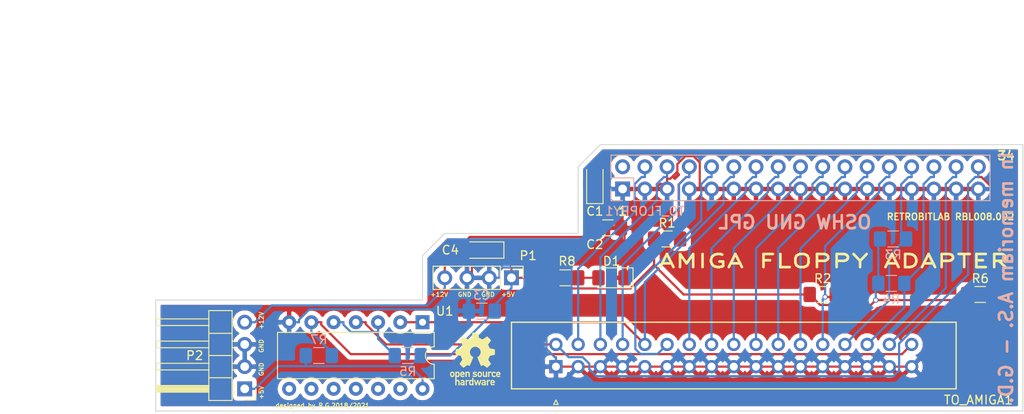
<source format=kicad_pcb>
(kicad_pcb (version 20171130) (host pcbnew 5.0.2+dfsg1-1)
  (title_block (title "A simple adapter for FDD 3 1/2\" for usage") (date 2021-01-23) (rev 2.0) (company "RetroBitLab Tech Guy") (comment 1 "on Amiga Computers") (comment 2 "Amiga Floppy Adapter for PC FDD Drives"))
  (layers (0 F.Cu signal) (31 B.Cu signal) (34 B.Paste user) (35 F.Paste user) (36 B.SilkS user) (37 F.SilkS user) (38 B.Mask user) (39 F.Mask user) (44 Edge.Cuts user))
  (net 0 "")
  (net 1 GND)
  (net 2 ~REDWC)
  (net 3 ~INDEX)
  (net 4 ~MOTEA)
  (net 5 ~TRK00)
  (net 6 ~WPT)
  (net 7 ~RDATA)
  (net 8 +5V)
  (net 9 +12V)
  (net 10 "Net-(R5-Pad1)")
  (net 11 "Net-(R7-Pad1)")
  (net 12 "Net-(TO_AMIGA1-Pad4)")
  (net 13 "Net-(TO_AMIGA1-Pad6)")
  (net 14 "Net-(TO_AMIGA1-Pad12)")
  (net 15 "Net-(TO_AMIGA1-Pad14)")
  (net 16 "Net-(TO_AMIGA1-Pad16)")
  (net 17 "Net-(TO_AMIGA1-Pad18)")
  (net 18 "Net-(TO_AMIGA1-Pad20)")
  (net 19 "Net-(TO_AMIGA1-Pad22)")
  (net 20 "Net-(TO_AMIGA1-Pad24)")
  (net 21 "Net-(TO_AMIGA1-Pad32)")
  (net 22 "Net-(D1-Pad2)")
  (net 23 "Net-(TO_FLOPPY1-Pad2)")
  (net 24 "Net-(U1-Pad8)")
  (net 25 "Net-(U1-Pad9)")
  (net 26 "Net-(U1-Pad10)")
  (net 27 "Net-(U1-Pad11)")
  (net 28 "Net-(U1-Pad12)")
  (net 29 "Net-(U1-Pad13)")
  (module Package_DIP:DIP-14_W7.62mm (layer F.Cu) (at 132.48 105.3 270)
    (fp_text reference U1 (at -1.27 -2.54) (layer F.SilkS))
    (fp_text value 74LS38)
    (pad 1 thru_hole rect (at 0 0 270) (size 1.6 1.6) (drill 0.8) (layers *.Cu *.Mask) (net 4 ~MOTEA))
    (pad 8 thru_hole oval (at 7.62 15.24 270) (size 1.6 1.6) (drill 0.8) (layers *.Cu *.Mask) (net 24 "Net-(U1-Pad8)"))
    (pad 2 thru_hole oval (at 0 2.54 270) (size 1.6 1.6) (drill 0.8) (layers *.Cu *.Mask) (net 4 ~MOTEA))
    (pad 9 thru_hole oval (at 7.62 12.7 270) (size 1.6 1.6) (drill 0.8) (layers *.Cu *.Mask) (net 25 "Net-(U1-Pad9)"))
    (pad 3 thru_hole oval (at 0 5.08 270) (size 1.6 1.6) (drill 0.8) (layers *.Cu *.Mask) (net 10 "Net-(R5-Pad1)"))
    (pad 10 thru_hole oval (at 7.62 10.16 270) (size 1.6 1.6) (drill 0.8) (layers *.Cu *.Mask) (net 26 "Net-(U1-Pad10)"))
    (pad 4 thru_hole oval (at 0 7.62 270) (size 1.6 1.6) (drill 0.8) (layers *.Cu *.Mask) (net 2 ~REDWC))
    (pad 11 thru_hole oval (at 7.62 7.62 270) (size 1.6 1.6) (drill 0.8) (layers *.Cu *.Mask) (net 27 "Net-(U1-Pad11)"))
    (pad 5 thru_hole oval (at 0 10.16 270) (size 1.6 1.6) (drill 0.8) (layers *.Cu *.Mask) (net 10 "Net-(R5-Pad1)"))
    (pad 12 thru_hole oval (at 7.62 5.08 270) (size 1.6 1.6) (drill 0.8) (layers *.Cu *.Mask) (net 28 "Net-(U1-Pad12)"))
    (pad 6 thru_hole oval (at 0 12.7 270) (size 1.6 1.6) (drill 0.8) (layers *.Cu *.Mask) (net 11 "Net-(R7-Pad1)"))
    (pad 13 thru_hole oval (at 7.62 2.54 270) (size 1.6 1.6) (drill 0.8) (layers *.Cu *.Mask) (net 29 "Net-(U1-Pad13)"))
    (pad 7 thru_hole oval (at 0 15.24 270) (size 1.6 1.6) (drill 0.8) (layers *.Cu *.Mask) (net 1 GND))
    (pad 14 thru_hole oval (at 7.62 0 270) (size 1.6 1.6) (drill 0.8) (layers *.Cu *.Mask) (net 8 +5V))
  )
  (module Capacitor_Tantalum_SMD:CP_EIA-3216-12_Kemet-S (layer F.Cu) (at 152.165 89.425 90)
    (fp_text reference C1 (at -3.175 0 180) (layer F.SilkS))
    (fp_text value 10uF)
    (pad 2 smd roundrect (at 1.35 0 90) (size 1.4 1.35) (layers F.Cu F.Paste F.Mask) (roundrect_rratio 0.185185) (net 1 GND))
    (pad 1 smd roundrect (at -1.35 0 90) (size 1.4 1.35) (layers F.Cu F.Paste F.Mask) (roundrect_rratio 0.185185) (net 9 +12V))
  )
  (module Capacitor_SMD:C_1206_3216Metric_Pad1.42x1.75mm_HandSolder (layer F.Cu) (at 153.652 94.505)
    (fp_text reference C2 (at -1.4875 1.905) (layer F.SilkS))
    (fp_text value 100nF)
    (pad 2 smd roundrect (at 1.4875 0) (size 1.425 1.75) (layers F.Cu F.Paste F.Mask) (roundrect_rratio 0.175439) (net 1 GND))
    (pad 1 smd roundrect (at -1.4875 0) (size 1.425 1.75) (layers F.Cu F.Paste F.Mask) (roundrect_rratio 0.175439) (net 9 +12V))
  )
  (module Capacitor_SMD:C_1206_3216Metric_Pad1.42x1.75mm_HandSolder (layer B.Cu) (at 139.248 104.03 180)
    (fp_text reference C3 (at 0 1.82 180) (layer B.SilkS) (effects (justify mirror)))
    (fp_text value 100nF)
    (pad 2 smd roundrect (at 1.4875 0 180) (size 1.425 1.75) (layers B.Cu B.Paste B.Mask) (roundrect_rratio 0.175439) (net 1 GND))
    (pad 1 smd roundrect (at -1.4875 0 180) (size 1.425 1.75) (layers B.Cu B.Paste B.Mask) (roundrect_rratio 0.175439) (net 8 +5V))
  )
  (module Capacitor_Tantalum_SMD:CP_EIA-3216-12_Kemet-S (layer F.Cu) (at 139.465 97.045 180)
    (fp_text reference C4 (at 3.81 0 180) (layer F.SilkS))
    (fp_text value 10uF)
    (pad 2 smd roundrect (at 1.35 0 180) (size 1.4 1.35) (layers F.Cu F.Paste F.Mask) (roundrect_rratio 0.185185) (net 1 GND))
    (pad 1 smd roundrect (at -1.35 0 180) (size 1.4 1.35) (layers F.Cu F.Paste F.Mask) (roundrect_rratio 0.185185) (net 8 +5V))
  )
  (module LED_SMD:LED_1206_3216Metric_Pad1.42x1.75mm_HandSolder (layer F.Cu) (at 154.07 100.22 180)
    (fp_text reference D1 (at 0 1.905 180) (layer F.SilkS))
    (fp_text value Led_Small)
    (pad 2 smd roundrect (at 1.4875 0 180) (size 1.425 1.75) (layers F.Cu F.Paste F.Mask) (roundrect_rratio 0.175439) (net 22 "Net-(D1-Pad2)"))
    (pad 1 smd roundrect (at -1.4875 0 180) (size 1.425 1.75) (layers F.Cu F.Paste F.Mask) (roundrect_rratio 0.175439) (net 1 GND))
  )
  (module Connector_PinHeader_2.54mm:PinHeader_1x04_P2.54mm_Vertical (layer F.Cu) (at 142.64 100.22 270)
    (fp_text reference P1 (at -2.54 -1.905) (layer F.SilkS))
    (fp_text value CONN_01X04)
    (pad 4 thru_hole oval (at 0 7.62 270) (size 1.7 1.7) (drill 1) (layers *.Cu *.Mask) (net 9 +12V))
    (pad 3 thru_hole oval (at 0 5.08 270) (size 1.7 1.7) (drill 1) (layers *.Cu *.Mask) (net 1 GND))
    (pad 2 thru_hole oval (at 0 2.54 270) (size 1.7 1.7) (drill 1) (layers *.Cu *.Mask) (net 1 GND))
    (pad 1 thru_hole rect (at 0 0 270) (size 1.7 1.7) (drill 1) (layers *.Cu *.Mask) (net 8 +5V))
  )
  (module Connector_PinHeader_2.54mm:PinHeader_1x04_P2.54mm_Horizontal (layer F.Cu) (at 112.16 112.92 180)
    (fp_text reference P2 (at 5.715 3.81 180) (layer F.SilkS))
    (fp_text value CONN_01X04)
    (pad 4 thru_hole oval (at 0 7.62 180) (size 1.7 1.7) (drill 1) (layers *.Cu *.Mask) (net 9 +12V))
    (pad 3 thru_hole oval (at 0 5.08 180) (size 1.7 1.7) (drill 1) (layers *.Cu *.Mask) (net 1 GND))
    (pad 2 thru_hole oval (at 0 2.54 180) (size 1.7 1.7) (drill 1) (layers *.Cu *.Mask) (net 1 GND))
    (pad 1 thru_hole rect (at 0 0 180) (size 1.7 1.7) (drill 1) (layers *.Cu *.Mask) (net 8 +5V))
  )
  (module Resistor_SMD:R_1206_3216Metric_Pad1.42x1.75mm_HandSolder (layer F.Cu) (at 160.42 95.775)
    (fp_text reference R1 (at 0 -1.82) (layer F.SilkS))
    (fp_text value 2.2K)
    (pad 2 smd roundrect (at 1.4875 0) (size 1.425 1.75) (layers F.Cu F.Paste F.Mask) (roundrect_rratio 0.175439) (net 3 ~INDEX))
    (pad 1 smd roundrect (at -1.4875 0) (size 1.425 1.75) (layers F.Cu F.Paste F.Mask) (roundrect_rratio 0.175439) (net 8 +5V))
  )
  (module Resistor_SMD:R_1206_3216Metric_Pad1.42x1.75mm_HandSolder (layer F.Cu) (at 178.2 102.125)
    (fp_text reference R2 (at 0 -1.82) (layer F.SilkS))
    (fp_text value 2.2K)
    (pad 2 smd roundrect (at 1.4875 0) (size 1.425 1.75) (layers F.Cu F.Paste F.Mask) (roundrect_rratio 0.175439) (net 5 ~TRK00))
    (pad 1 smd roundrect (at -1.4875 0) (size 1.425 1.75) (layers F.Cu F.Paste F.Mask) (roundrect_rratio 0.175439) (net 8 +5V))
  )
  (module Resistor_SMD:R_1206_3216Metric_Pad1.42x1.75mm_HandSolder (layer B.Cu) (at 186.238 95.775)
    (fp_text reference R3 (at 0 1.82) (layer B.SilkS) (effects (justify mirror)))
    (fp_text value 2.2K)
    (pad 2 smd roundrect (at 1.4875 0) (size 1.425 1.75) (layers B.Cu B.Paste B.Mask) (roundrect_rratio 0.175439) (net 6 ~WPT))
    (pad 1 smd roundrect (at -1.4875 0) (size 1.425 1.75) (layers B.Cu B.Paste B.Mask) (roundrect_rratio 0.175439) (net 8 +5V))
  )
  (module Resistor_SMD:R_1206_3216Metric_Pad1.42x1.75mm_HandSolder (layer B.Cu) (at 186.038 100.855)
    (fp_text reference R4 (at 0 1.82) (layer B.SilkS) (effects (justify mirror)))
    (fp_text value 2.2K)
    (pad 2 smd roundrect (at 1.4875 0) (size 1.425 1.75) (layers B.Cu B.Paste B.Mask) (roundrect_rratio 0.175439) (net 7 ~RDATA))
    (pad 1 smd roundrect (at -1.4875 0) (size 1.425 1.75) (layers B.Cu B.Paste B.Mask) (roundrect_rratio 0.175439) (net 8 +5V))
  )
  (module Resistor_SMD:R_1206_3216Metric_Pad1.42x1.75mm_HandSolder (layer B.Cu) (at 130.792 109.11)
    (fp_text reference R5 (at 0 1.82) (layer B.SilkS) (effects (justify mirror)))
    (fp_text value 2.2K)
    (pad 2 smd roundrect (at 1.4875 0) (size 1.425 1.75) (layers B.Cu B.Paste B.Mask) (roundrect_rratio 0.175439) (net 8 +5V))
    (pad 1 smd roundrect (at -1.4875 0) (size 1.425 1.75) (layers B.Cu B.Paste B.Mask) (roundrect_rratio 0.175439) (net 10 "Net-(R5-Pad1)"))
  )
  (module Resistor_SMD:R_1206_3216Metric_Pad1.42x1.75mm_HandSolder (layer F.Cu) (at 196.198 102.125)
    (fp_text reference R6 (at 0 -1.82) (layer F.SilkS))
    (fp_text value 2,2K)
    (pad 2 smd roundrect (at 1.4875 0) (size 1.425 1.75) (layers F.Cu F.Paste F.Mask) (roundrect_rratio 0.175439) (net 2 ~REDWC))
    (pad 1 smd roundrect (at -1.4875 0) (size 1.425 1.75) (layers F.Cu F.Paste F.Mask) (roundrect_rratio 0.175439) (net 8 +5V))
  )
  (module Resistor_SMD:R_1206_3216Metric_Pad1.42x1.75mm_HandSolder (layer B.Cu) (at 120.632 109.11 180)
    (fp_text reference R7 (at 0 1.82 180) (layer B.SilkS) (effects (justify mirror)))
    (fp_text value 2.2K)
    (pad 2 smd roundrect (at 1.4875 0 180) (size 1.425 1.75) (layers B.Cu B.Paste B.Mask) (roundrect_rratio 0.175439) (net 8 +5V))
    (pad 1 smd roundrect (at -1.4875 0 180) (size 1.425 1.75) (layers B.Cu B.Paste B.Mask) (roundrect_rratio 0.175439) (net 11 "Net-(R7-Pad1)"))
  )
  (module Resistor_SMD:R_1206_3216Metric_Pad1.42x1.75mm_HandSolder (layer F.Cu) (at 148.772 100.22)
    (fp_text reference R8 (at 0.2175 -1.905) (layer F.SilkS))
    (fp_text value 330)
    (pad 2 smd roundrect (at 1.4875 0) (size 1.425 1.75) (layers F.Cu F.Paste F.Mask) (roundrect_rratio 0.175439) (net 22 "Net-(D1-Pad2)"))
    (pad 1 smd roundrect (at -1.4875 0) (size 1.425 1.75) (layers F.Cu F.Paste F.Mask) (roundrect_rratio 0.175439) (net 8 +5V))
  )
  (module RetroBitLab:IDC-Header_2x17_P2.54mm_Vertical_Lock (layer F.Cu) (at 147.72 110.38 90)
    (fp_text reference TO_AMIGA1 (at -3.81 48.26) (layer F.SilkS))
    (fp_text value CONN_02X17)
    (pad 34 thru_hole circle (at 2.54 40.64) (size 1.52 1.52) (drill 0.91) (layers *.Cu *.Mask) (net 11 "Net-(R7-Pad1)"))
    (pad 33 thru_hole circle (at 0 40.64) (size 1.52 1.52) (drill 0.91) (layers *.Cu *.Mask) (net 1 GND))
    (pad 32 thru_hole circle (at 2.54 38.1) (size 1.52 1.52) (drill 0.91) (layers *.Cu *.Mask) (net 21 "Net-(TO_AMIGA1-Pad32)"))
    (pad 31 thru_hole circle (at 0 38.1) (size 1.52 1.52) (drill 0.91) (layers *.Cu *.Mask) (net 1 GND))
    (pad 30 thru_hole circle (at 2.54 35.56) (size 1.52 1.52) (drill 0.91) (layers *.Cu *.Mask) (net 7 ~RDATA))
    (pad 29 thru_hole circle (at 0 35.56) (size 1.52 1.52) (drill 0.91) (layers *.Cu *.Mask) (net 1 GND))
    (pad 28 thru_hole circle (at 2.54 33.02) (size 1.52 1.52) (drill 0.91) (layers *.Cu *.Mask) (net 6 ~WPT))
    (pad 27 thru_hole circle (at 0 33.02) (size 1.52 1.52) (drill 0.91) (layers *.Cu *.Mask) (net 1 GND))
    (pad 26 thru_hole circle (at 2.54 30.48) (size 1.52 1.52) (drill 0.91) (layers *.Cu *.Mask) (net 5 ~TRK00))
    (pad 25 thru_hole circle (at 0 30.48) (size 1.52 1.52) (drill 0.91) (layers *.Cu *.Mask) (net 1 GND))
    (pad 24 thru_hole circle (at 2.54 27.94) (size 1.52 1.52) (drill 0.91) (layers *.Cu *.Mask) (net 20 "Net-(TO_AMIGA1-Pad24)"))
    (pad 23 thru_hole circle (at 0 27.94) (size 1.52 1.52) (drill 0.91) (layers *.Cu *.Mask) (net 1 GND))
    (pad 22 thru_hole circle (at 2.54 25.4) (size 1.52 1.52) (drill 0.91) (layers *.Cu *.Mask) (net 19 "Net-(TO_AMIGA1-Pad22)"))
    (pad 21 thru_hole circle (at 0 25.4) (size 1.52 1.52) (drill 0.91) (layers *.Cu *.Mask) (net 1 GND))
    (pad 20 thru_hole circle (at 2.54 22.86) (size 1.52 1.52) (drill 0.91) (layers *.Cu *.Mask) (net 18 "Net-(TO_AMIGA1-Pad20)"))
    (pad 19 thru_hole circle (at 0 22.86) (size 1.52 1.52) (drill 0.91) (layers *.Cu *.Mask) (net 1 GND))
    (pad 18 thru_hole circle (at 2.54 20.32) (size 1.52 1.52) (drill 0.91) (layers *.Cu *.Mask) (net 17 "Net-(TO_AMIGA1-Pad18)"))
    (pad 17 thru_hole circle (at 0 20.32) (size 1.52 1.52) (drill 0.91) (layers *.Cu *.Mask) (net 1 GND))
    (pad 16 thru_hole circle (at 2.54 17.78) (size 1.52 1.52) (drill 0.91) (layers *.Cu *.Mask) (net 16 "Net-(TO_AMIGA1-Pad16)"))
    (pad 15 thru_hole circle (at 0 17.78) (size 1.52 1.52) (drill 0.91) (layers *.Cu *.Mask) (net 1 GND))
    (pad 14 thru_hole circle (at 2.54 15.24) (size 1.52 1.52) (drill 0.91) (layers *.Cu *.Mask) (net 15 "Net-(TO_AMIGA1-Pad14)"))
    (pad 13 thru_hole circle (at 0 15.24) (size 1.52 1.52) (drill 0.91) (layers *.Cu *.Mask) (net 1 GND))
    (pad 12 thru_hole circle (at 2.54 12.7) (size 1.52 1.52) (drill 0.91) (layers *.Cu *.Mask) (net 14 "Net-(TO_AMIGA1-Pad12)"))
    (pad 11 thru_hole circle (at 0 12.7) (size 1.52 1.52) (drill 0.91) (layers *.Cu *.Mask) (net 1 GND))
    (pad 10 thru_hole circle (at 2.54 10.16) (size 1.52 1.52) (drill 0.91) (layers *.Cu *.Mask) (net 4 ~MOTEA))
    (pad 9 thru_hole circle (at 0 10.16) (size 1.52 1.52) (drill 0.91) (layers *.Cu *.Mask) (net 1 GND))
    (pad 8 thru_hole circle (at 2.54 7.62) (size 1.52 1.52) (drill 0.91) (layers *.Cu *.Mask) (net 3 ~INDEX))
    (pad 7 thru_hole circle (at 0 7.62) (size 1.52 1.52) (drill 0.91) (layers *.Cu *.Mask) (net 1 GND))
    (pad 6 thru_hole circle (at 2.54 5.08) (size 1.52 1.52) (drill 0.91) (layers *.Cu *.Mask) (net 13 "Net-(TO_AMIGA1-Pad6)"))
    (pad 5 thru_hole circle (at 0 5.08) (size 1.52 1.52) (drill 0.91) (layers *.Cu *.Mask) (net 1 GND))
    (pad 4 thru_hole circle (at 2.54 2.54) (size 1.52 1.52) (drill 0.91) (layers *.Cu *.Mask) (net 12 "Net-(TO_AMIGA1-Pad4)"))
    (pad 3 thru_hole circle (at 0 2.54) (size 1.52 1.52) (drill 0.91) (layers *.Cu *.Mask) (net 1 GND))
    (pad 2 thru_hole circle (at 2.54 0) (size 1.52 1.52) (drill 0.91) (layers *.Cu *.Mask) (net 2 ~REDWC))
    (pad 1 thru_hole rect (at 0 0) (size 1.52 1.52) (drill 0.91) (layers *.Cu *.Mask) (net 1 GND))
  )
  (module Connector_PinSocket_2.54mm:PinSocket_2x17_P2.54mm_Vertical (layer B.Cu) (at 155.34 90.06 270)
    (fp_text reference TO_FLOPPY1 (at 2.54 -2.54) (layer B.SilkS) (effects (justify mirror)))
    (fp_text value CONN_02X17)
    (pad 1 thru_hole rect (at 0 0 270) (size 1.7 1.7) (drill 1) (layers *.Cu *.Mask) (net 1 GND))
    (pad 2 thru_hole oval (at -2.54 0 270) (size 1.7 1.7) (drill 1) (layers *.Cu *.Mask) (net 23 "Net-(TO_FLOPPY1-Pad2)"))
    (pad 3 thru_hole oval (at 0 -2.54 270) (size 1.7 1.7) (drill 1) (layers *.Cu *.Mask) (net 1 GND))
    (pad 4 thru_hole oval (at -2.54 -2.54 270) (size 1.7 1.7) (drill 1) (layers *.Cu *.Mask) (net 12 "Net-(TO_AMIGA1-Pad4)"))
    (pad 5 thru_hole oval (at 0 -5.08 270) (size 1.7 1.7) (drill 1) (layers *.Cu *.Mask) (net 1 GND))
    (pad 6 thru_hole oval (at -2.54 -5.08 270) (size 1.7 1.7) (drill 1) (layers *.Cu *.Mask) (net 13 "Net-(TO_AMIGA1-Pad6)"))
    (pad 7 thru_hole oval (at 0 -7.62 270) (size 1.7 1.7) (drill 1) (layers *.Cu *.Mask) (net 1 GND))
    (pad 8 thru_hole oval (at -2.54 -7.62 270) (size 1.7 1.7) (drill 1) (layers *.Cu *.Mask) (net 3 ~INDEX))
    (pad 9 thru_hole oval (at 0 -10.16 270) (size 1.7 1.7) (drill 1) (layers *.Cu *.Mask) (net 1 GND))
    (pad 10 thru_hole oval (at -2.54 -10.16 270) (size 1.7 1.7) (drill 1) (layers *.Cu *.Mask) (net 14 "Net-(TO_AMIGA1-Pad12)"))
    (pad 11 thru_hole oval (at 0 -12.7 270) (size 1.7 1.7) (drill 1) (layers *.Cu *.Mask) (net 1 GND))
    (pad 12 thru_hole oval (at -2.54 -12.7 270) (size 1.7 1.7) (drill 1) (layers *.Cu *.Mask) (net 4 ~MOTEA))
    (pad 13 thru_hole oval (at 0 -15.24 270) (size 1.7 1.7) (drill 1) (layers *.Cu *.Mask) (net 1 GND))
    (pad 14 thru_hole oval (at -2.54 -15.24 270) (size 1.7 1.7) (drill 1) (layers *.Cu *.Mask) (net 15 "Net-(TO_AMIGA1-Pad14)"))
    (pad 15 thru_hole oval (at 0 -17.78 270) (size 1.7 1.7) (drill 1) (layers *.Cu *.Mask) (net 1 GND))
    (pad 16 thru_hole oval (at -2.54 -17.78 270) (size 1.7 1.7) (drill 1) (layers *.Cu *.Mask) (net 16 "Net-(TO_AMIGA1-Pad16)"))
    (pad 17 thru_hole oval (at 0 -20.32 270) (size 1.7 1.7) (drill 1) (layers *.Cu *.Mask) (net 1 GND))
    (pad 18 thru_hole oval (at -2.54 -20.32 270) (size 1.7 1.7) (drill 1) (layers *.Cu *.Mask) (net 17 "Net-(TO_AMIGA1-Pad18)"))
    (pad 19 thru_hole oval (at 0 -22.86 270) (size 1.7 1.7) (drill 1) (layers *.Cu *.Mask) (net 1 GND))
    (pad 20 thru_hole oval (at -2.54 -22.86 270) (size 1.7 1.7) (drill 1) (layers *.Cu *.Mask) (net 18 "Net-(TO_AMIGA1-Pad20)"))
    (pad 21 thru_hole oval (at 0 -25.4 270) (size 1.7 1.7) (drill 1) (layers *.Cu *.Mask) (net 1 GND))
    (pad 22 thru_hole oval (at -2.54 -25.4 270) (size 1.7 1.7) (drill 1) (layers *.Cu *.Mask) (net 19 "Net-(TO_AMIGA1-Pad22)"))
    (pad 23 thru_hole oval (at 0 -27.94 270) (size 1.7 1.7) (drill 1) (layers *.Cu *.Mask) (net 1 GND))
    (pad 24 thru_hole oval (at -2.54 -27.94 270) (size 1.7 1.7) (drill 1) (layers *.Cu *.Mask) (net 20 "Net-(TO_AMIGA1-Pad24)"))
    (pad 25 thru_hole oval (at 0 -30.48 270) (size 1.7 1.7) (drill 1) (layers *.Cu *.Mask) (net 1 GND))
    (pad 26 thru_hole oval (at -2.54 -30.48 270) (size 1.7 1.7) (drill 1) (layers *.Cu *.Mask) (net 5 ~TRK00))
    (pad 27 thru_hole oval (at 0 -33.02 270) (size 1.7 1.7) (drill 1) (layers *.Cu *.Mask) (net 1 GND))
    (pad 28 thru_hole oval (at -2.54 -33.02 270) (size 1.7 1.7) (drill 1) (layers *.Cu *.Mask) (net 6 ~WPT))
    (pad 29 thru_hole oval (at 0 -35.56 270) (size 1.7 1.7) (drill 1) (layers *.Cu *.Mask) (net 1 GND))
    (pad 30 thru_hole oval (at -2.54 -35.56 270) (size 1.7 1.7) (drill 1) (layers *.Cu *.Mask) (net 7 ~RDATA))
    (pad 31 thru_hole oval (at 0 -38.1 270) (size 1.7 1.7) (drill 1) (layers *.Cu *.Mask) (net 1 GND))
    (pad 32 thru_hole oval (at -2.54 -38.1 270) (size 1.7 1.7) (drill 1) (layers *.Cu *.Mask) (net 21 "Net-(TO_AMIGA1-Pad32)"))
    (pad 33 thru_hole oval (at 0 -40.64 270) (size 1.7 1.7) (drill 1) (layers *.Cu *.Mask) (net 1 GND))
    (pad 34 thru_hole oval (at -2.54 -40.64 270) (size 1.7 1.7) (drill 1) (layers *.Cu *.Mask) (net 2 ~REDWC))
  )
  (module Symbol:OSHW-Logo_5.7x6mm_SilkScreen (layer F.Cu) (at 138.5 109.5)
    (fp_text reference OSHW hide)
    (fp_text value OSHW-Logo_5.7x6mm_SilkScreen hide)
  )
  (gr_text "in memoriam A.S. - G.D." (at 199.155 100.22 90) (layer B.SilkS) (effects (font (size 1.5 1.5) (thickness 0.3)) (justify mirror)))
  (gr_text "+12V   GND   GND  +5V" (at 138.195 102.125) (layer F.SilkS) (effects (font (size 0.5 0.5) (thickness 0.1))))
  (gr_text "+5V   GND   GND   +12V" (at 114.065 109.11 90) (layer F.SilkS) (effects (font (size 0.5 0.5) (thickness 0.1))))
  (gr_text "designed by R.G.2018/2021" (at 121.05 114.825) (layer F.SilkS) (effects (font (size 0.5 0.5) (thickness 0.1))))
  (gr_text "OSHW GNU GPL" (at 175.025 93.87) (layer B.SilkS) (effects (font (size 1.5 1.5) (thickness 0.3)) (justify mirror)))
  (gr_text 34 (at 199.155 86.25) (layer F.SilkS) (effects (font (size 1 1) (thickness 0.2))))
  (gr_text 1 (at 155.34 92.6) (layer F.SilkS) (effects (font (size 1 1) (thickness 0.2))))
  (gr_text "AMIGA FLOPPY ADAPTER" (at 179.47 98.315) (layer F.SilkS) (effects (font (size 1.5 2.25) (thickness 0.3))))
  (gr_text "RETROBITLAB RBL008.002" (at 192.805 93.235) (layer F.SilkS) (effects (font (size 0.75 0.75))))
  (gr_line (start 201.06 115.46) (end 201.06 84.98) (angle 90) (layer Edge.Cuts) (width 0.1))
  (gr_line (start 102 115.46) (end 201.06 115.46) (angle 90) (layer Edge.Cuts) (width 0.1))
  (gr_line (start 102 102.76) (end 102 115.46) (angle 90) (layer Edge.Cuts) (width 0.1))
  (gr_line (start 132.48 102.76) (end 102 102.76) (angle 90) (layer Edge.Cuts) (width 0.1))
  (gr_line (start 132.48 97.68) (end 132.48 102.76) (angle 90) (layer Edge.Cuts) (width 0.1))
  (gr_line (start 135.02 95.14) (end 132.48 97.68) (angle 90) (layer Edge.Cuts) (width 0.1))
  (gr_line (start 150.26 95.14) (end 135.02 95.14) (angle 90) (layer Edge.Cuts) (width 0.1))
  (gr_line (start 150.26 87.52) (end 150.26 95.14) (angle 90) (layer Edge.Cuts) (width 0.1))
  (gr_line (start 152.8 84.98) (end 150.26 87.52) (angle 90) (layer Edge.Cuts) (width 0.1))
  (gr_line (start 201.06 84.98) (end 152.8 84.98) (angle 90) (layer Edge.Cuts) (width 0.1))
  (segment (start 157.88 90.06) (end 159.0553 90.06) (width 0.25) (layer F.Cu) (net 1))
  (segment (start 160.42 89.4723) (end 159.643 89.4723) (width 0.25) (layer F.Cu) (net 1))
  (segment (start 159.643 89.4723) (end 159.0553 90.06) (width 0.25) (layer F.Cu) (net 1))
  (segment (start 160.42 89.4723) (end 160.42 88.8847) (width 0.25) (layer F.Cu) (net 1))
  (segment (start 160.42 90.06) (end 160.42 89.4723) (width 0.25) (layer F.Cu) (net 1))
  (segment (start 164.1506 90.06) (end 162.96 90.06) (width 0.25) (layer F.Cu) (net 1))
  (segment (start 165.5 90.06) (end 164.1506 90.06) (width 0.25) (layer F.Cu) (net 1))
  (segment (start 164.1506 90.06) (end 164.1506 87.0199) (width 0.25) (layer F.Cu) (net 1))
  (segment (start 164.1506 87.0199) (end 163.4424 86.3117) (width 0.25) (layer F.Cu) (net 1))
  (segment (start 163.4424 86.3117) (end 162.4967 86.3117) (width 0.25) (layer F.Cu) (net 1))
  (segment (start 162.4967 86.3117) (end 161.5953 87.2131) (width 0.25) (layer F.Cu) (net 1))
  (segment (start 161.5953 87.2131) (end 161.5953 88.0768) (width 0.25) (layer F.Cu) (net 1))
  (segment (start 161.5953 88.0768) (end 160.7874 88.8847) (width 0.25) (layer F.Cu) (net 1))
  (segment (start 160.7874 88.8847) (end 160.42 88.8847) (width 0.25) (layer F.Cu) (net 1))
  (segment (start 155.34 110.38) (end 157.88 110.38) (width 0.25) (layer F.Cu) (net 1))
  (segment (start 152.8 110.38) (end 155.34 110.38) (width 0.25) (layer F.Cu) (net 1))
  (segment (start 155.1395 94.505) (end 155.5575 94.923) (width 0.25) (layer F.Cu) (net 1))
  (segment (start 155.5575 94.923) (end 155.5575 100.22) (width 0.25) (layer F.Cu) (net 1))
  (segment (start 155.1395 94.505) (end 155.34 94.3045) (width 0.25) (layer F.Cu) (net 1))
  (segment (start 155.34 94.3045) (end 155.34 90.06) (width 0.25) (layer F.Cu) (net 1))
  (segment (start 155.34 90.06) (end 154.1647 90.06) (width 0.25) (layer F.Cu) (net 1))
  (segment (start 154.1647 90.06) (end 152.1797 88.075) (width 0.25) (layer F.Cu) (net 1))
  (segment (start 152.1797 88.075) (end 152.165 88.075) (width 0.25) (layer F.Cu) (net 1))
  (segment (start 157.88 90.06) (end 155.34 90.06) (width 0.25) (layer F.Cu) (net 1))
  (segment (start 138.115 100.22) (end 140.1 100.22) (width 0.25) (layer F.Cu) (net 1))
  (segment (start 146.6344 99.0447) (end 141.6425 99.0447) (width 0.25) (layer B.Cu) (net 1))
  (segment (start 141.6425 99.0447) (end 141.2753 99.4119) (width 0.25) (layer B.Cu) (net 1))
  (segment (start 141.2753 99.4119) (end 141.2753 100.22) (width 0.25) (layer B.Cu) (net 1))
  (segment (start 155.34 91.2353) (end 147.5306 99.0447) (width 0.25) (layer B.Cu) (net 1))
  (segment (start 147.5306 99.0447) (end 146.6344 99.0447) (width 0.25) (layer B.Cu) (net 1))
  (segment (start 147.72 109.2947) (end 147.5843 109.2947) (width 0.25) (layer B.Cu) (net 1))
  (segment (start 147.5843 109.2947) (end 146.6344 108.3448) (width 0.25) (layer B.Cu) (net 1))
  (segment (start 146.6344 108.3448) (end 146.6344 99.0447) (width 0.25) (layer B.Cu) (net 1))
  (segment (start 147.72 110.38) (end 147.72 109.2947) (width 0.25) (layer B.Cu) (net 1))
  (segment (start 140.1 100.22) (end 141.2753 100.22) (width 0.25) (layer B.Cu) (net 1))
  (segment (start 155.34 90.06) (end 155.34 91.2353) (width 0.25) (layer B.Cu) (net 1))
  (segment (start 137.56 103.8295) (end 119.5545 103.8295) (width 0.25) (layer B.Cu) (net 1))
  (segment (start 119.5545 103.8295) (end 118.3653 105.0187) (width 0.25) (layer B.Cu) (net 1))
  (segment (start 118.3653 105.0187) (end 118.3653 105.3) (width 0.25) (layer B.Cu) (net 1))
  (segment (start 137.7605 104.03) (end 137.56 103.8295) (width 0.25) (layer B.Cu) (net 1))
  (segment (start 137.56 101.3953) (end 137.56 103.8295) (width 0.25) (layer B.Cu) (net 1))
  (segment (start 117.24 105.3) (end 118.3653 105.3) (width 0.25) (layer B.Cu) (net 1))
  (segment (start 112.16 107.84) (end 113.5747 107.84) (width 0.25) (layer B.Cu) (net 1))
  (segment (start 113.5747 107.84) (end 116.1147 105.3) (width 0.25) (layer B.Cu) (net 1))
  (segment (start 117.24 105.3) (end 116.1147 105.3) (width 0.25) (layer B.Cu) (net 1))
  (segment (start 112.16 110.38) (end 112.16 107.84) (width 0.25) (layer B.Cu) (net 1))
  (segment (start 137.56 100.22) (end 137.56 101.3953) (width 0.25) (layer B.Cu) (net 1))
  (segment (start 138.115 100.22) (end 137.56 100.22) (width 0.25) (layer F.Cu) (net 1))
  (segment (start 138.115 100.22) (end 138.115 97.045) (width 0.25) (layer F.Cu) (net 1))
  (segment (start 185.82 110.38) (end 188.36 110.38) (width 0.25) (layer F.Cu) (net 1))
  (segment (start 183.28 110.38) (end 185.82 110.38) (width 0.25) (layer F.Cu) (net 1))
  (segment (start 180.74 110.38) (end 183.28 110.38) (width 0.25) (layer F.Cu) (net 1))
  (segment (start 178.2 110.38) (end 180.74 110.38) (width 0.25) (layer F.Cu) (net 1))
  (segment (start 175.66 110.38) (end 178.2 110.38) (width 0.25) (layer F.Cu) (net 1))
  (segment (start 173.12 110.38) (end 175.66 110.38) (width 0.25) (layer F.Cu) (net 1))
  (segment (start 170.58 110.38) (end 173.12 110.38) (width 0.25) (layer F.Cu) (net 1))
  (segment (start 168.04 110.38) (end 170.58 110.38) (width 0.25) (layer F.Cu) (net 1))
  (segment (start 165.5 110.38) (end 168.04 110.38) (width 0.25) (layer F.Cu) (net 1))
  (segment (start 162.96 110.38) (end 165.5 110.38) (width 0.25) (layer F.Cu) (net 1))
  (segment (start 160.42 110.38) (end 162.96 110.38) (width 0.25) (layer F.Cu) (net 1))
  (segment (start 157.88 110.38) (end 160.42 110.38) (width 0.25) (layer F.Cu) (net 1))
  (segment (start 150.26 110.38) (end 152.8 110.38) (width 0.25) (layer F.Cu) (net 1))
  (segment (start 147.72 110.38) (end 150.26 110.38) (width 0.25) (layer F.Cu) (net 1))
  (segment (start 168.04 90.06) (end 165.5 90.06) (width 0.25) (layer F.Cu) (net 1))
  (segment (start 170.58 90.06) (end 168.04 90.06) (width 0.25) (layer F.Cu) (net 1))
  (segment (start 173.12 90.06) (end 170.58 90.06) (width 0.25) (layer F.Cu) (net 1))
  (segment (start 175.66 90.06) (end 173.12 90.06) (width 0.25) (layer F.Cu) (net 1))
  (segment (start 178.2 90.06) (end 175.66 90.06) (width 0.25) (layer F.Cu) (net 1))
  (segment (start 180.74 90.06) (end 178.2 90.06) (width 0.25) (layer F.Cu) (net 1))
  (segment (start 183.28 90.06) (end 180.74 90.06) (width 0.25) (layer F.Cu) (net 1))
  (segment (start 185.82 90.06) (end 183.28 90.06) (width 0.25) (layer F.Cu) (net 1))
  (segment (start 188.36 90.06) (end 185.82 90.06) (width 0.25) (layer F.Cu) (net 1))
  (segment (start 190.9 90.06) (end 188.36 90.06) (width 0.25) (layer F.Cu) (net 1))
  (segment (start 193.44 90.06) (end 190.9 90.06) (width 0.25) (layer F.Cu) (net 1))
  (segment (start 195.98 90.06) (end 193.44 90.06) (width 0.25) (layer F.Cu) (net 1))
  (segment (start 195.98 87.52) (end 195.98 88.6953) (width 0.25) (layer B.Cu) (net 2))
  (segment (start 147.72 107.84) (end 149.1746 109.2946) (width 0.25) (layer B.Cu) (net 2))
  (segment (start 149.1746 109.2946) (end 150.7768 109.2946) (width 0.25) (layer B.Cu) (net 2))
  (segment (start 150.7768 109.2946) (end 151.53 110.0478) (width 0.25) (layer B.Cu) (net 2))
  (segment (start 151.53 110.0478) (end 151.53 110.6681) (width 0.25) (layer B.Cu) (net 2))
  (segment (start 151.53 110.6681) (end 152.3412 111.4793) (width 0.25) (layer B.Cu) (net 2))
  (segment (start 152.3412 111.4793) (end 186.2669 111.4793) (width 0.25) (layer B.Cu) (net 2))
  (segment (start 186.2669 111.4793) (end 186.9307 110.8155) (width 0.25) (layer B.Cu) (net 2))
  (segment (start 186.9307 110.8155) (end 186.9307 107.7344) (width 0.25) (layer B.Cu) (net 2))
  (segment (start 186.9307 107.7344) (end 194.8047 99.8604) (width 0.25) (layer B.Cu) (net 2))
  (segment (start 194.8047 99.8604) (end 194.8047 89.5032) (width 0.25) (layer B.Cu) (net 2))
  (segment (start 194.8047 89.5032) (end 195.6126 88.6953) (width 0.25) (layer B.Cu) (net 2))
  (segment (start 195.6126 88.6953) (end 195.98 88.6953) (width 0.25) (layer B.Cu) (net 2))
  (segment (start 195.98 87.52) (end 195.98 88.6953) (width 0.25) (layer F.Cu) (net 2))
  (segment (start 195.98 88.6953) (end 196.3473 88.6953) (width 0.25) (layer F.Cu) (net 2))
  (segment (start 196.3473 88.6953) (end 197.6855 90.0335) (width 0.25) (layer F.Cu) (net 2))
  (segment (start 197.6855 90.0335) (end 197.6855 102.125) (width 0.25) (layer F.Cu) (net 2))
  (segment (start 147.72 107.84) (end 128.321 107.84) (width 0.25) (layer F.Cu) (net 2))
  (segment (start 128.321 107.84) (end 125.9853 105.5043) (width 0.25) (layer F.Cu) (net 2))
  (segment (start 125.9853 105.5043) (end 125.9853 105.3) (width 0.25) (layer F.Cu) (net 2))
  (segment (start 124.86 105.3) (end 125.9853 105.3) (width 0.25) (layer F.Cu) (net 2))
  (segment (start 162.96 87.52) (end 162.96 88.6953) (width 0.25) (layer F.Cu) (net 3))
  (segment (start 162.96 88.6953) (end 162.5927 88.6953) (width 0.25) (layer F.Cu) (net 3))
  (segment (start 162.5927 88.6953) (end 161.7444 89.5436) (width 0.25) (layer F.Cu) (net 3))
  (segment (start 161.7444 89.5436) (end 161.7444 95.6119) (width 0.25) (layer F.Cu) (net 3))
  (segment (start 161.7444 95.6119) (end 161.9075 95.775) (width 0.25) (layer F.Cu) (net 3))
  (segment (start 162.96 87.52) (end 162.96 88.6953) (width 0.25) (layer B.Cu) (net 3))
  (segment (start 155.34 107.84) (end 155.34 98.7292) (width 0.25) (layer B.Cu) (net 3))
  (segment (start 155.34 98.7292) (end 161.7847 92.2845) (width 0.25) (layer B.Cu) (net 3))
  (segment (start 161.7847 92.2845) (end 161.7847 89.5032) (width 0.25) (layer B.Cu) (net 3))
  (segment (start 161.7847 89.5032) (end 162.5926 88.6953) (width 0.25) (layer B.Cu) (net 3))
  (segment (start 162.5926 88.6953) (end 162.96 88.6953) (width 0.25) (layer B.Cu) (net 3))
  (segment (start 157.88 107.84) (end 157.88 100.7341) (width 0.25) (layer B.Cu) (net 4))
  (segment (start 157.88 100.7341) (end 166.8647 91.7494) (width 0.25) (layer B.Cu) (net 4))
  (segment (start 166.8647 91.7494) (end 166.8647 89.5032) (width 0.25) (layer B.Cu) (net 4))
  (segment (start 166.8647 89.5032) (end 167.6726 88.6953) (width 0.25) (layer B.Cu) (net 4))
  (segment (start 167.6726 88.6953) (end 168.04 88.6953) (width 0.25) (layer B.Cu) (net 4))
  (segment (start 168.04 87.52) (end 168.04 88.6953) (width 0.25) (layer B.Cu) (net 4))
  (segment (start 129.94 105.3) (end 132.48 105.3) (width 0.25) (layer F.Cu) (net 4))
  (segment (start 157.88 107.84) (end 155.34 105.3) (width 0.25) (layer F.Cu) (net 4))
  (segment (start 155.34 105.3) (end 132.48 105.3) (width 0.25) (layer F.Cu) (net 4))
  (segment (start 185.82 88.6953) (end 185.4526 88.6953) (width 0.25) (layer B.Cu) (net 5))
  (segment (start 185.4526 88.6953) (end 184.6447 89.5032) (width 0.25) (layer B.Cu) (net 5))
  (segment (start 184.6447 89.5032) (end 184.6447 90.4207) (width 0.25) (layer B.Cu) (net 5))
  (segment (start 184.6447 90.4207) (end 178.4715 96.5939) (width 0.25) (layer B.Cu) (net 5))
  (segment (start 178.4715 96.5939) (end 178.4715 102.4095) (width 0.25) (layer B.Cu) (net 5))
  (segment (start 178.4715 102.4095) (end 178.2 102.681) (width 0.25) (layer B.Cu) (net 5))
  (segment (start 178.2 102.681) (end 178.2 107.84) (width 0.25) (layer B.Cu) (net 5))
  (segment (start 178.4715 102.4095) (end 179.403 102.4095) (width 0.25) (layer F.Cu) (net 5))
  (segment (start 179.403 102.4095) (end 179.6875 102.125) (width 0.25) (layer F.Cu) (net 5))
  (segment (start 185.82 87.52) (end 185.82 88.6953) (width 0.25) (layer B.Cu) (net 5))
  (via (at 178.4715 102.4095) (size 0.6) (layers F.Cu B.Cu) (net 5))
  (segment (start 180.74 107.84) (end 185.7894 102.7906) (width 0.25) (layer B.Cu) (net 6))
  (segment (start 185.7894 102.7906) (end 185.7894 97.7111) (width 0.25) (layer B.Cu) (net 6))
  (segment (start 185.7894 97.7111) (end 187.7255 95.775) (width 0.25) (layer B.Cu) (net 6))
  (segment (start 188.36 87.52) (end 188.36 88.6953) (width 0.25) (layer B.Cu) (net 6))
  (segment (start 188.36 88.6953) (end 187.9927 88.6953) (width 0.25) (layer B.Cu) (net 6))
  (segment (start 187.9927 88.6953) (end 187.1694 89.5186) (width 0.25) (layer B.Cu) (net 6))
  (segment (start 187.1694 89.5186) (end 187.1694 95.2189) (width 0.25) (layer B.Cu) (net 6))
  (segment (start 187.1694 95.2189) (end 187.7255 95.775) (width 0.25) (layer B.Cu) (net 6))
  (segment (start 187.5255 100.855) (end 187.5255 103.5945) (width 0.25) (layer B.Cu) (net 7))
  (segment (start 187.5255 103.5945) (end 183.28 107.84) (width 0.25) (layer B.Cu) (net 7))
  (segment (start 190.9 88.6953) (end 190.5326 88.6953) (width 0.25) (layer B.Cu) (net 7))
  (segment (start 190.5326 88.6953) (end 189.7247 89.5032) (width 0.25) (layer B.Cu) (net 7))
  (segment (start 189.7247 89.5032) (end 189.7247 98.6558) (width 0.25) (layer B.Cu) (net 7))
  (segment (start 189.7247 98.6558) (end 187.5255 100.855) (width 0.25) (layer B.Cu) (net 7))
  (segment (start 190.9 87.52) (end 190.9 88.6953) (width 0.25) (layer B.Cu) (net 7))
  (segment (start 176.7125 102.125) (end 162.3033 102.125) (width 0.25) (layer F.Cu) (net 8))
  (segment (start 162.3033 102.125) (end 158.9325 98.7542) (width 0.25) (layer F.Cu) (net 8))
  (segment (start 184.2606 102.7702) (end 183.7012 103.3296) (width 0.25) (layer F.Cu) (net 8))
  (segment (start 183.7012 103.3296) (end 177.9171 103.3296) (width 0.25) (layer F.Cu) (net 8))
  (segment (start 177.9171 103.3296) (end 176.7125 102.125) (width 0.25) (layer F.Cu) (net 8))
  (segment (start 158.9325 98.7542) (end 158.9325 95.775) (width 0.25) (layer F.Cu) (net 8))
  (segment (start 147.2845 100.22) (end 148.5034 101.4389) (width 0.25) (layer F.Cu) (net 8))
  (segment (start 148.5034 101.4389) (end 156.2478 101.4389) (width 0.25) (layer F.Cu) (net 8))
  (segment (start 156.2478 101.4389) (end 158.9325 98.7542) (width 0.25) (layer F.Cu) (net 8))
  (segment (start 142.64 100.22) (end 147.2845 100.22) (width 0.25) (layer F.Cu) (net 8))
  (segment (start 184.5505 100.855) (end 184.5505 95.975) (width 0.25) (layer B.Cu) (net 8))
  (segment (start 184.5505 95.975) (end 184.7505 95.775) (width 0.25) (layer B.Cu) (net 8))
  (segment (start 184.2606 102.7702) (end 184.2606 101.1449) (width 0.25) (layer B.Cu) (net 8))
  (segment (start 184.2606 101.1449) (end 184.5505 100.855) (width 0.25) (layer B.Cu) (net 8))
  (segment (start 142.64 100.22) (end 142.64 98.87) (width 0.25) (layer F.Cu) (net 8))
  (segment (start 142.64 98.87) (end 140.815 97.045) (width 0.25) (layer F.Cu) (net 8))
  (segment (start 140.7355 104.03) (end 140.7355 103.2998) (width 0.25) (layer B.Cu) (net 8))
  (segment (start 140.7355 103.2998) (end 142.64 101.3953) (width 0.25) (layer B.Cu) (net 8))
  (segment (start 132.2795 109.11) (end 135.6555 109.11) (width 0.25) (layer B.Cu) (net 8))
  (segment (start 135.6555 109.11) (end 140.7355 104.03) (width 0.25) (layer B.Cu) (net 8))
  (segment (start 142.64 100.22) (end 142.64 101.3953) (width 0.25) (layer B.Cu) (net 8))
  (segment (start 131.0651 110.3244) (end 132.48 111.7393) (width 0.25) (layer B.Cu) (net 8))
  (segment (start 132.48 111.7393) (end 132.48 112.92) (width 0.25) (layer B.Cu) (net 8))
  (segment (start 131.0651 110.3244) (end 132.2795 109.11) (width 0.25) (layer B.Cu) (net 8))
  (segment (start 119.1445 110.3244) (end 131.0651 110.3244) (width 0.25) (layer B.Cu) (net 8))
  (segment (start 113.3353 112.92) (end 115.9309 110.3244) (width 0.25) (layer B.Cu) (net 8))
  (segment (start 115.9309 110.3244) (end 119.1445 110.3244) (width 0.25) (layer B.Cu) (net 8))
  (segment (start 119.1445 110.3244) (end 119.1445 109.11) (width 0.25) (layer B.Cu) (net 8))
  (segment (start 194.7105 102.125) (end 194.0653 102.7702) (width 0.25) (layer F.Cu) (net 8))
  (segment (start 194.0653 102.7702) (end 184.2606 102.7702) (width 0.25) (layer F.Cu) (net 8))
  (segment (start 112.16 112.92) (end 113.3353 112.92) (width 0.25) (layer B.Cu) (net 8))
  (via (at 184.2606 102.7702) (size 0.6) (layers F.Cu B.Cu) (net 8))
  (segment (start 135.02 100.22) (end 135.02 101.3953) (width 0.25) (layer B.Cu) (net 9))
  (segment (start 112.16 105.3) (end 113.3353 105.3) (width 0.25) (layer B.Cu) (net 9))
  (segment (start 113.3353 105.3) (end 115.2562 103.3791) (width 0.25) (layer B.Cu) (net 9))
  (segment (start 115.2562 103.3791) (end 133.0362 103.3791) (width 0.25) (layer B.Cu) (net 9))
  (segment (start 133.0362 103.3791) (end 135.02 101.3953) (width 0.25) (layer B.Cu) (net 9))
  (segment (start 135.02 100.22) (end 135.02 98.4071) (width 0.25) (layer F.Cu) (net 9))
  (segment (start 135.02 98.4071) (end 137.8772 95.5499) (width 0.25) (layer F.Cu) (net 9))
  (segment (start 137.8772 95.5499) (end 151.1196 95.5499) (width 0.25) (layer F.Cu) (net 9))
  (segment (start 151.1196 95.5499) (end 152.1645 94.505) (width 0.25) (layer F.Cu) (net 9))
  (segment (start 152.1645 94.505) (end 152.165 94.5045) (width 0.25) (layer F.Cu) (net 9))
  (segment (start 152.165 94.5045) (end 152.165 90.775) (width 0.25) (layer F.Cu) (net 9))
  (segment (start 127.4 106.4253) (end 127.4 105.3) (width 0.25) (layer B.Cu) (net 10))
  (segment (start 129.3045 109.11) (end 127.4 107.2055) (width 0.25) (layer B.Cu) (net 10))
  (segment (start 127.4 107.2055) (end 127.4 106.4253) (width 0.25) (layer B.Cu) (net 10))
  (segment (start 127.4 106.4253) (end 124.2892 106.4253) (width 0.25) (layer B.Cu) (net 10))
  (segment (start 124.2892 106.4253) (end 123.4453 105.5814) (width 0.25) (layer B.Cu) (net 10))
  (segment (start 123.4453 105.5814) (end 123.4453 105.3) (width 0.25) (layer B.Cu) (net 10))
  (segment (start 122.32 105.3) (end 123.4453 105.3) (width 0.25) (layer B.Cu) (net 10))
  (segment (start 119.78 105.3) (end 120.9053 105.3) (width 0.25) (layer F.Cu) (net 11))
  (segment (start 188.36 107.84) (end 187.2488 108.9512) (width 0.25) (layer F.Cu) (net 11))
  (segment (start 187.2488 108.9512) (end 124.2752 108.9512) (width 0.25) (layer F.Cu) (net 11))
  (segment (start 124.2752 108.9512) (end 120.9053 105.5813) (width 0.25) (layer F.Cu) (net 11))
  (segment (start 120.9053 105.5813) (end 120.9053 105.3) (width 0.25) (layer F.Cu) (net 11))
  (segment (start 119.78 105.3) (end 119.78 106.4253) (width 0.25) (layer B.Cu) (net 11))
  (segment (start 122.1195 109.11) (end 122.1195 108.7648) (width 0.25) (layer B.Cu) (net 11))
  (segment (start 122.1195 108.7648) (end 119.78 106.4253) (width 0.25) (layer B.Cu) (net 11))
  (segment (start 157.88 87.52) (end 157.88 88.6953) (width 0.25) (layer B.Cu) (net 12))
  (segment (start 157.88 88.6953) (end 157.5126 88.6953) (width 0.25) (layer B.Cu) (net 12))
  (segment (start 157.5126 88.6953) (end 156.7047 89.5032) (width 0.25) (layer B.Cu) (net 12))
  (segment (start 156.7047 89.5032) (end 156.7047 92.7274) (width 0.25) (layer B.Cu) (net 12))
  (segment (start 156.7047 92.7274) (end 150.26 99.1721) (width 0.25) (layer B.Cu) (net 12))
  (segment (start 150.26 99.1721) (end 150.26 107.84) (width 0.25) (layer B.Cu) (net 12))
  (segment (start 152.8 107.84) (end 152.8 97.8489) (width 0.25) (layer B.Cu) (net 13))
  (segment (start 152.8 97.8489) (end 159.2447 91.4042) (width 0.25) (layer B.Cu) (net 13))
  (segment (start 159.2447 91.4042) (end 159.2447 89.5032) (width 0.25) (layer B.Cu) (net 13))
  (segment (start 159.2447 89.5032) (end 160.0526 88.6953) (width 0.25) (layer B.Cu) (net 13))
  (segment (start 160.0526 88.6953) (end 160.42 88.6953) (width 0.25) (layer B.Cu) (net 13))
  (segment (start 160.42 87.52) (end 160.42 88.6953) (width 0.25) (layer B.Cu) (net 13))
  (segment (start 160.42 107.84) (end 159.3266 108.9334) (width 0.25) (layer B.Cu) (net 14))
  (segment (start 159.3266 108.9334) (end 157.3713 108.9334) (width 0.25) (layer B.Cu) (net 14))
  (segment (start 157.3713 108.9334) (end 156.7946 108.3567) (width 0.25) (layer B.Cu) (net 14))
  (segment (start 156.7946 108.3567) (end 156.7946 101.1826) (width 0.25) (layer B.Cu) (net 14))
  (segment (start 156.7946 101.1826) (end 164.3247 93.6525) (width 0.25) (layer B.Cu) (net 14))
  (segment (start 164.3247 93.6525) (end 164.3247 89.5032) (width 0.25) (layer B.Cu) (net 14))
  (segment (start 164.3247 89.5032) (end 165.1326 88.6953) (width 0.25) (layer B.Cu) (net 14))
  (segment (start 165.1326 88.6953) (end 165.5 88.6953) (width 0.25) (layer B.Cu) (net 14))
  (segment (start 165.5 87.52) (end 165.5 88.6953) (width 0.25) (layer B.Cu) (net 14))
  (segment (start 170.58 87.52) (end 170.58 88.6953) (width 0.25) (layer B.Cu) (net 15))
  (segment (start 170.58 88.6953) (end 170.2126 88.6953) (width 0.25) (layer B.Cu) (net 15))
  (segment (start 170.2126 88.6953) (end 169.4047 89.5032) (width 0.25) (layer B.Cu) (net 15))
  (segment (start 169.4047 89.5032) (end 169.4047 90.4048) (width 0.25) (layer B.Cu) (net 15))
  (segment (start 169.4047 90.4048) (end 162.96 96.8495) (width 0.25) (layer B.Cu) (net 15))
  (segment (start 162.96 96.8495) (end 162.96 107.84) (width 0.25) (layer B.Cu) (net 15))
  (segment (start 173.12 87.52) (end 173.12 88.6953) (width 0.25) (layer B.Cu) (net 16))
  (segment (start 173.12 88.6953) (end 172.7526 88.6953) (width 0.25) (layer B.Cu) (net 16))
  (segment (start 172.7526 88.6953) (end 171.9447 89.5032) (width 0.25) (layer B.Cu) (net 16))
  (segment (start 171.9447 89.5032) (end 171.9447 90.4049) (width 0.25) (layer B.Cu) (net 16))
  (segment (start 171.9447 90.4049) (end 165.5 96.8496) (width 0.25) (layer B.Cu) (net 16))
  (segment (start 165.5 96.8496) (end 165.5 107.84) (width 0.25) (layer B.Cu) (net 16))
  (segment (start 175.66 87.52) (end 175.66 88.6953) (width 0.25) (layer B.Cu) (net 17))
  (segment (start 175.66 88.6953) (end 175.2926 88.6953) (width 0.25) (layer B.Cu) (net 17))
  (segment (start 175.2926 88.6953) (end 174.4847 89.5032) (width 0.25) (layer B.Cu) (net 17))
  (segment (start 174.4847 89.5032) (end 174.4847 90.405) (width 0.25) (layer B.Cu) (net 17))
  (segment (start 174.4847 90.405) (end 168.04 96.8497) (width 0.25) (layer B.Cu) (net 17))
  (segment (start 168.04 96.8497) (end 168.04 107.84) (width 0.25) (layer B.Cu) (net 17))
  (segment (start 178.2 87.52) (end 178.2 88.6953) (width 0.25) (layer B.Cu) (net 18))
  (segment (start 178.2 88.6953) (end 177.8326 88.6953) (width 0.25) (layer B.Cu) (net 18))
  (segment (start 177.8326 88.6953) (end 177.0247 89.5032) (width 0.25) (layer B.Cu) (net 18))
  (segment (start 177.0247 89.5032) (end 177.0247 90.4055) (width 0.25) (layer B.Cu) (net 18))
  (segment (start 177.0247 90.4055) (end 170.58 96.8502) (width 0.25) (layer B.Cu) (net 18))
  (segment (start 170.58 96.8502) (end 170.58 107.84) (width 0.25) (layer B.Cu) (net 18))
  (segment (start 180.74 87.52) (end 180.74 88.6953) (width 0.25) (layer B.Cu) (net 19))
  (segment (start 180.74 88.6953) (end 180.3726 88.6953) (width 0.25) (layer B.Cu) (net 19))
  (segment (start 180.3726 88.6953) (end 179.5647 89.5032) (width 0.25) (layer B.Cu) (net 19))
  (segment (start 179.5647 89.5032) (end 179.5647 90.4072) (width 0.25) (layer B.Cu) (net 19))
  (segment (start 179.5647 90.4072) (end 173.12 96.8519) (width 0.25) (layer B.Cu) (net 19))
  (segment (start 173.12 96.8519) (end 173.12 107.84) (width 0.25) (layer B.Cu) (net 19))
  (segment (start 183.28 87.52) (end 183.28 88.6953) (width 0.25) (layer B.Cu) (net 20))
  (segment (start 183.28 88.6953) (end 182.9126 88.6953) (width 0.25) (layer B.Cu) (net 20))
  (segment (start 182.9126 88.6953) (end 182.1047 89.5032) (width 0.25) (layer B.Cu) (net 20))
  (segment (start 182.1047 89.5032) (end 182.1047 90.4144) (width 0.25) (layer B.Cu) (net 20))
  (segment (start 182.1047 90.4144) (end 175.66 96.8591) (width 0.25) (layer B.Cu) (net 20))
  (segment (start 175.66 96.8591) (end 175.66 107.84) (width 0.25) (layer B.Cu) (net 20))
  (segment (start 193.44 88.6953) (end 193.0726 88.6953) (width 0.25) (layer B.Cu) (net 21))
  (segment (start 193.0726 88.6953) (end 192.2647 89.5032) (width 0.25) (layer B.Cu) (net 21))
  (segment (start 192.2647 89.5032) (end 192.2647 101.3953) (width 0.25) (layer B.Cu) (net 21))
  (segment (start 192.2647 101.3953) (end 185.82 107.84) (width 0.25) (layer B.Cu) (net 21))
  (segment (start 193.44 87.52) (end 193.44 88.6953) (width 0.25) (layer B.Cu) (net 21))
  (segment (start 152.5825 100.22) (end 150.2595 100.22) (width 0.25) (layer F.Cu) (net 22))
  (zone (net 1) (net_name GND) (layer F.Cu) (connect_pads (clearance 0.508)) (min_thickness 0.254) (fill yes (arc_segments 16) (thermal_gap 0.508) (thermal_bridge_width 0.508))
    (polygon (pts (xy 153 85.5) (xy 200.5 85.5) (xy 200.5 115) (xy 102.5 115) (xy 102.5 103) (xy 133 103) (xy 133 98) (xy 135.5 95.5) (xy 150.5 95.5) (xy 150.5 87.5)))
  )
  (zone (net 1) (net_name GND) (layer B.Cu) (connect_pads (clearance 0.508)) (min_thickness 0.254) (fill yes (arc_segments 16) (thermal_gap 0.508) (thermal_bridge_width 0.508))
    (polygon (pts (xy 153 85.5) (xy 150.5 87.5) (xy 150.5 95.5) (xy 135.5 95.5) (xy 133 98) (xy 133 103) (xy 102.5 103) (xy 102.5 115) (xy 200.5 115) (xy 200.5 85.5)))
  )
)
</source>
